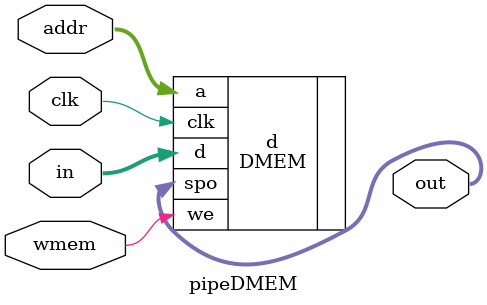
<source format=v>
`timescale 1ns / 1ps
module pipeDMEM(in,addr,clk,wmem,out);
    input [31:0]in		;
    input [31:0]addr	;
    input clk			;
    input wmem			;
    output [31:0] out	;
    DMEM d(.a(addr),.d(in),.clk(clk),.we(wmem),.spo(out));
endmodule

</source>
